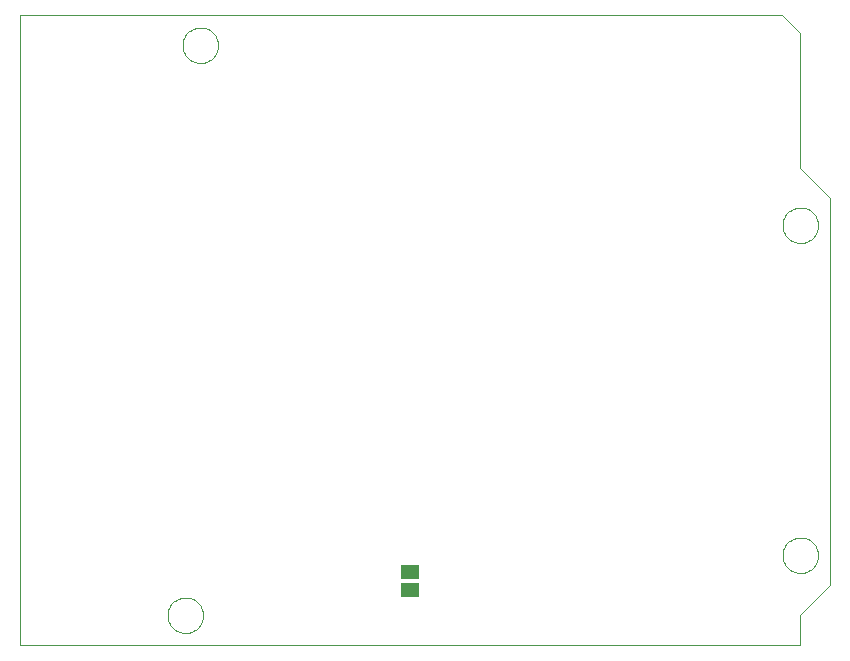
<source format=gbp>
G75*
G70*
%OFA0B0*%
%FSLAX24Y24*%
%IPPOS*%
%LPD*%
%AMOC8*
5,1,8,0,0,1.08239X$1,22.5*
%
%ADD10C,0.0000*%
%ADD11R,0.0630X0.0460*%
D10*
X000500Y000500D02*
X000500Y021500D01*
X025900Y021500D01*
X026500Y020900D01*
X026500Y016400D01*
X027500Y015400D01*
X027500Y002500D01*
X026500Y001500D01*
X026500Y000500D01*
X000500Y000500D01*
X005409Y001500D02*
X005411Y001548D01*
X005417Y001596D01*
X005427Y001643D01*
X005440Y001689D01*
X005458Y001734D01*
X005478Y001778D01*
X005503Y001820D01*
X005531Y001859D01*
X005561Y001896D01*
X005595Y001930D01*
X005632Y001962D01*
X005670Y001991D01*
X005711Y002016D01*
X005754Y002038D01*
X005799Y002056D01*
X005845Y002070D01*
X005892Y002081D01*
X005940Y002088D01*
X005988Y002091D01*
X006036Y002090D01*
X006084Y002085D01*
X006132Y002076D01*
X006178Y002064D01*
X006223Y002047D01*
X006267Y002027D01*
X006309Y002004D01*
X006349Y001977D01*
X006387Y001947D01*
X006422Y001914D01*
X006454Y001878D01*
X006484Y001840D01*
X006510Y001799D01*
X006532Y001756D01*
X006552Y001712D01*
X006567Y001667D01*
X006579Y001620D01*
X006587Y001572D01*
X006591Y001524D01*
X006591Y001476D01*
X006587Y001428D01*
X006579Y001380D01*
X006567Y001333D01*
X006552Y001288D01*
X006532Y001244D01*
X006510Y001201D01*
X006484Y001160D01*
X006454Y001122D01*
X006422Y001086D01*
X006387Y001053D01*
X006349Y001023D01*
X006309Y000996D01*
X006267Y000973D01*
X006223Y000953D01*
X006178Y000936D01*
X006132Y000924D01*
X006084Y000915D01*
X006036Y000910D01*
X005988Y000909D01*
X005940Y000912D01*
X005892Y000919D01*
X005845Y000930D01*
X005799Y000944D01*
X005754Y000962D01*
X005711Y000984D01*
X005670Y001009D01*
X005632Y001038D01*
X005595Y001070D01*
X005561Y001104D01*
X005531Y001141D01*
X005503Y001180D01*
X005478Y001222D01*
X005458Y001266D01*
X005440Y001311D01*
X005427Y001357D01*
X005417Y001404D01*
X005411Y001452D01*
X005409Y001500D01*
X025909Y003500D02*
X025911Y003548D01*
X025917Y003596D01*
X025927Y003643D01*
X025940Y003689D01*
X025958Y003734D01*
X025978Y003778D01*
X026003Y003820D01*
X026031Y003859D01*
X026061Y003896D01*
X026095Y003930D01*
X026132Y003962D01*
X026170Y003991D01*
X026211Y004016D01*
X026254Y004038D01*
X026299Y004056D01*
X026345Y004070D01*
X026392Y004081D01*
X026440Y004088D01*
X026488Y004091D01*
X026536Y004090D01*
X026584Y004085D01*
X026632Y004076D01*
X026678Y004064D01*
X026723Y004047D01*
X026767Y004027D01*
X026809Y004004D01*
X026849Y003977D01*
X026887Y003947D01*
X026922Y003914D01*
X026954Y003878D01*
X026984Y003840D01*
X027010Y003799D01*
X027032Y003756D01*
X027052Y003712D01*
X027067Y003667D01*
X027079Y003620D01*
X027087Y003572D01*
X027091Y003524D01*
X027091Y003476D01*
X027087Y003428D01*
X027079Y003380D01*
X027067Y003333D01*
X027052Y003288D01*
X027032Y003244D01*
X027010Y003201D01*
X026984Y003160D01*
X026954Y003122D01*
X026922Y003086D01*
X026887Y003053D01*
X026849Y003023D01*
X026809Y002996D01*
X026767Y002973D01*
X026723Y002953D01*
X026678Y002936D01*
X026632Y002924D01*
X026584Y002915D01*
X026536Y002910D01*
X026488Y002909D01*
X026440Y002912D01*
X026392Y002919D01*
X026345Y002930D01*
X026299Y002944D01*
X026254Y002962D01*
X026211Y002984D01*
X026170Y003009D01*
X026132Y003038D01*
X026095Y003070D01*
X026061Y003104D01*
X026031Y003141D01*
X026003Y003180D01*
X025978Y003222D01*
X025958Y003266D01*
X025940Y003311D01*
X025927Y003357D01*
X025917Y003404D01*
X025911Y003452D01*
X025909Y003500D01*
X025909Y014500D02*
X025911Y014548D01*
X025917Y014596D01*
X025927Y014643D01*
X025940Y014689D01*
X025958Y014734D01*
X025978Y014778D01*
X026003Y014820D01*
X026031Y014859D01*
X026061Y014896D01*
X026095Y014930D01*
X026132Y014962D01*
X026170Y014991D01*
X026211Y015016D01*
X026254Y015038D01*
X026299Y015056D01*
X026345Y015070D01*
X026392Y015081D01*
X026440Y015088D01*
X026488Y015091D01*
X026536Y015090D01*
X026584Y015085D01*
X026632Y015076D01*
X026678Y015064D01*
X026723Y015047D01*
X026767Y015027D01*
X026809Y015004D01*
X026849Y014977D01*
X026887Y014947D01*
X026922Y014914D01*
X026954Y014878D01*
X026984Y014840D01*
X027010Y014799D01*
X027032Y014756D01*
X027052Y014712D01*
X027067Y014667D01*
X027079Y014620D01*
X027087Y014572D01*
X027091Y014524D01*
X027091Y014476D01*
X027087Y014428D01*
X027079Y014380D01*
X027067Y014333D01*
X027052Y014288D01*
X027032Y014244D01*
X027010Y014201D01*
X026984Y014160D01*
X026954Y014122D01*
X026922Y014086D01*
X026887Y014053D01*
X026849Y014023D01*
X026809Y013996D01*
X026767Y013973D01*
X026723Y013953D01*
X026678Y013936D01*
X026632Y013924D01*
X026584Y013915D01*
X026536Y013910D01*
X026488Y013909D01*
X026440Y013912D01*
X026392Y013919D01*
X026345Y013930D01*
X026299Y013944D01*
X026254Y013962D01*
X026211Y013984D01*
X026170Y014009D01*
X026132Y014038D01*
X026095Y014070D01*
X026061Y014104D01*
X026031Y014141D01*
X026003Y014180D01*
X025978Y014222D01*
X025958Y014266D01*
X025940Y014311D01*
X025927Y014357D01*
X025917Y014404D01*
X025911Y014452D01*
X025909Y014500D01*
X005909Y020500D02*
X005911Y020548D01*
X005917Y020596D01*
X005927Y020643D01*
X005940Y020689D01*
X005958Y020734D01*
X005978Y020778D01*
X006003Y020820D01*
X006031Y020859D01*
X006061Y020896D01*
X006095Y020930D01*
X006132Y020962D01*
X006170Y020991D01*
X006211Y021016D01*
X006254Y021038D01*
X006299Y021056D01*
X006345Y021070D01*
X006392Y021081D01*
X006440Y021088D01*
X006488Y021091D01*
X006536Y021090D01*
X006584Y021085D01*
X006632Y021076D01*
X006678Y021064D01*
X006723Y021047D01*
X006767Y021027D01*
X006809Y021004D01*
X006849Y020977D01*
X006887Y020947D01*
X006922Y020914D01*
X006954Y020878D01*
X006984Y020840D01*
X007010Y020799D01*
X007032Y020756D01*
X007052Y020712D01*
X007067Y020667D01*
X007079Y020620D01*
X007087Y020572D01*
X007091Y020524D01*
X007091Y020476D01*
X007087Y020428D01*
X007079Y020380D01*
X007067Y020333D01*
X007052Y020288D01*
X007032Y020244D01*
X007010Y020201D01*
X006984Y020160D01*
X006954Y020122D01*
X006922Y020086D01*
X006887Y020053D01*
X006849Y020023D01*
X006809Y019996D01*
X006767Y019973D01*
X006723Y019953D01*
X006678Y019936D01*
X006632Y019924D01*
X006584Y019915D01*
X006536Y019910D01*
X006488Y019909D01*
X006440Y019912D01*
X006392Y019919D01*
X006345Y019930D01*
X006299Y019944D01*
X006254Y019962D01*
X006211Y019984D01*
X006170Y020009D01*
X006132Y020038D01*
X006095Y020070D01*
X006061Y020104D01*
X006031Y020141D01*
X006003Y020180D01*
X005978Y020222D01*
X005958Y020266D01*
X005940Y020311D01*
X005927Y020357D01*
X005917Y020404D01*
X005911Y020452D01*
X005909Y020500D01*
D11*
X013500Y002925D03*
X013500Y002325D03*
M02*

</source>
